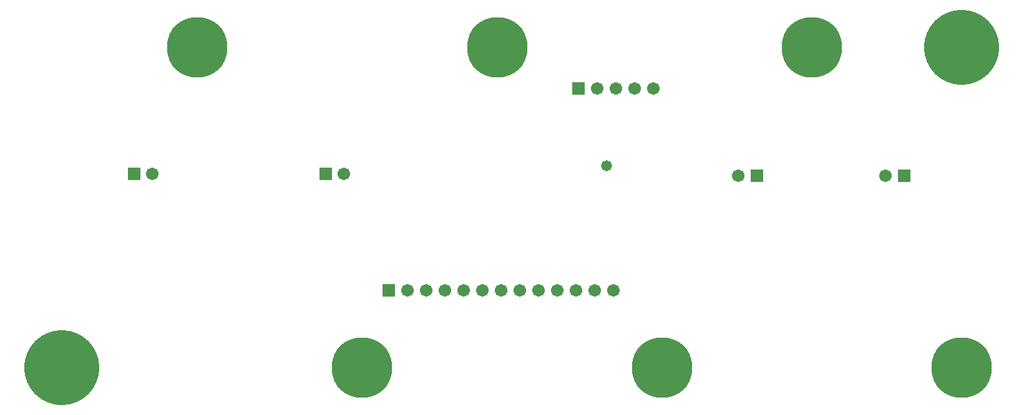
<source format=gbs>
G04*
G04 #@! TF.GenerationSoftware,Altium Limited,Altium Designer,22.8.2 (66)*
G04*
G04 Layer_Color=16711935*
%FSLAX44Y44*%
%MOMM*%
G71*
G04*
G04 #@! TF.SameCoordinates,A88769B3-AE7A-4E98-8DBA-C7F6B74A5C9B*
G04*
G04*
G04 #@! TF.FilePolarity,Negative*
G04*
G01*
G75*
%ADD16R,1.7112X1.7112*%
%ADD17C,1.7112*%
%ADD18R,1.7032X1.7032*%
%ADD19C,1.7032*%
%ADD20C,8.2032*%
%ADD21C,10.2032*%
%ADD22C,1.4732*%
D16*
X1012500Y-290830D02*
D03*
X1212500D02*
D03*
X167640Y-288290D02*
D03*
X427500D02*
D03*
D17*
X987500Y-290830D02*
D03*
X1187500D02*
D03*
X192640Y-288290D02*
D03*
X452500D02*
D03*
D18*
X771180Y-171570D02*
D03*
X513080Y-446240D02*
D03*
D19*
X796584Y-171570D02*
D03*
X821984D02*
D03*
X847384D02*
D03*
X872784D02*
D03*
X538480Y-446240D02*
D03*
X563880D02*
D03*
X589280D02*
D03*
X614680D02*
D03*
X640080D02*
D03*
X665480D02*
D03*
X690880D02*
D03*
X716280D02*
D03*
X741680D02*
D03*
X767080D02*
D03*
X792480D02*
D03*
X817880D02*
D03*
D20*
X253500Y-116190D02*
D03*
X1291000Y-551190D02*
D03*
X884000D02*
D03*
X1087500Y-116190D02*
D03*
X660500D02*
D03*
X477000Y-551190D02*
D03*
D21*
X1291000Y-116190D02*
D03*
X70000Y-551190D02*
D03*
D22*
X808990Y-276860D02*
D03*
M02*

</source>
